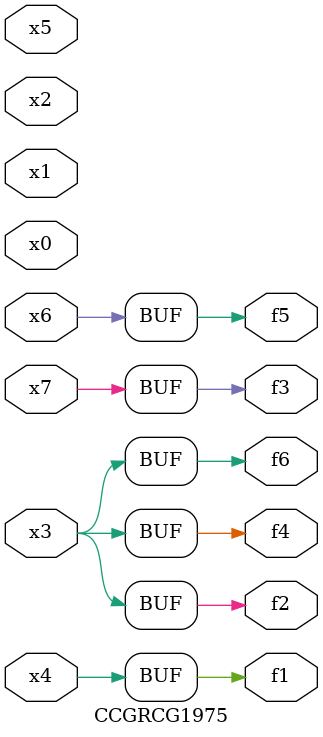
<source format=v>
module CCGRCG1975(
	input x0, x1, x2, x3, x4, x5, x6, x7,
	output f1, f2, f3, f4, f5, f6
);
	assign f1 = x4;
	assign f2 = x3;
	assign f3 = x7;
	assign f4 = x3;
	assign f5 = x6;
	assign f6 = x3;
endmodule

</source>
